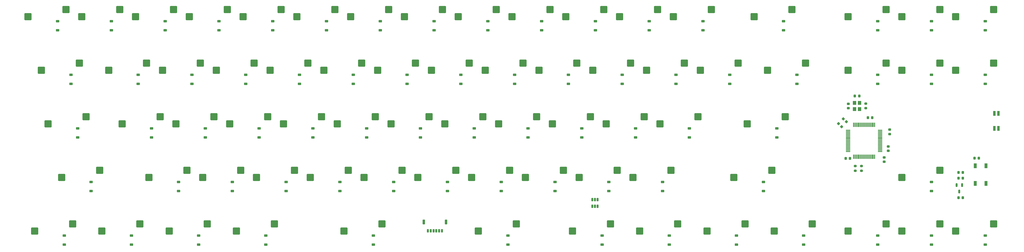
<source format=gbr>
%TF.GenerationSoftware,KiCad,Pcbnew,7.0.10*%
%TF.CreationDate,2024-04-20T21:15:11+02:00*%
%TF.ProjectId,cycle-7,6379636c-652d-4372-9e6b-696361645f70,rev?*%
%TF.SameCoordinates,Original*%
%TF.FileFunction,Paste,Bot*%
%TF.FilePolarity,Positive*%
%FSLAX46Y46*%
G04 Gerber Fmt 4.6, Leading zero omitted, Abs format (unit mm)*
G04 Created by KiCad (PCBNEW 7.0.10) date 2024-04-20 21:15:11*
%MOMM*%
%LPD*%
G01*
G04 APERTURE LIST*
G04 Aperture macros list*
%AMRoundRect*
0 Rectangle with rounded corners*
0 $1 Rounding radius*
0 $2 $3 $4 $5 $6 $7 $8 $9 X,Y pos of 4 corners*
0 Add a 4 corners polygon primitive as box body*
4,1,4,$2,$3,$4,$5,$6,$7,$8,$9,$2,$3,0*
0 Add four circle primitives for the rounded corners*
1,1,$1+$1,$2,$3*
1,1,$1+$1,$4,$5*
1,1,$1+$1,$6,$7*
1,1,$1+$1,$8,$9*
0 Add four rect primitives between the rounded corners*
20,1,$1+$1,$2,$3,$4,$5,0*
20,1,$1+$1,$4,$5,$6,$7,0*
20,1,$1+$1,$6,$7,$8,$9,0*
20,1,$1+$1,$8,$9,$2,$3,0*%
G04 Aperture macros list end*
%ADD10RoundRect,0.250000X1.025000X1.000000X-1.025000X1.000000X-1.025000X-1.000000X1.025000X-1.000000X0*%
%ADD11RoundRect,0.225000X0.375000X-0.225000X0.375000X0.225000X-0.375000X0.225000X-0.375000X-0.225000X0*%
%ADD12RoundRect,0.225000X-0.250000X0.225000X-0.250000X-0.225000X0.250000X-0.225000X0.250000X0.225000X0*%
%ADD13R,1.000000X1.700000*%
%ADD14RoundRect,0.225000X-0.225000X-0.250000X0.225000X-0.250000X0.225000X0.250000X-0.225000X0.250000X0*%
%ADD15RoundRect,0.150000X-0.150000X0.475000X-0.150000X-0.475000X0.150000X-0.475000X0.150000X0.475000X0*%
%ADD16RoundRect,0.200000X0.275000X-0.200000X0.275000X0.200000X-0.275000X0.200000X-0.275000X-0.200000X0*%
%ADD17RoundRect,0.225000X0.225000X0.250000X-0.225000X0.250000X-0.225000X-0.250000X0.225000X-0.250000X0*%
%ADD18RoundRect,0.150000X-0.150000X0.512500X-0.150000X-0.512500X0.150000X-0.512500X0.150000X0.512500X0*%
%ADD19RoundRect,0.225000X0.335876X0.017678X0.017678X0.335876X-0.335876X-0.017678X-0.017678X-0.335876X0*%
%ADD20RoundRect,0.200000X-0.275000X0.200000X-0.275000X-0.200000X0.275000X-0.200000X0.275000X0.200000X0*%
%ADD21RoundRect,0.225000X0.250000X-0.225000X0.250000X0.225000X-0.250000X0.225000X-0.250000X-0.225000X0*%
%ADD22R,0.820000X1.700000*%
%ADD23RoundRect,0.150000X-0.150000X-0.475000X0.150000X-0.475000X0.150000X0.475000X-0.150000X0.475000X0*%
%ADD24RoundRect,0.225000X-0.225000X-0.625000X0.225000X-0.625000X0.225000X0.625000X-0.225000X0.625000X0*%
%ADD25R,1.200000X1.400000*%
%ADD26RoundRect,0.075000X-0.075000X0.700000X-0.075000X-0.700000X0.075000X-0.700000X0.075000X0.700000X0*%
%ADD27RoundRect,0.075000X-0.700000X0.075000X-0.700000X-0.075000X0.700000X-0.075000X0.700000X0.075000X0*%
G04 APERTURE END LIST*
D10*
%TO.C,MX15*%
X323152500Y-87460000D03*
X336602500Y-84920000D03*
%TD*%
%TO.C,MX22*%
X118365000Y-106510000D03*
X131815000Y-103970000D03*
%TD*%
D11*
%TO.C,D64*%
X116913750Y-168515000D03*
X116913750Y-165215000D03*
%TD*%
D10*
%TO.C,MX18*%
X37402500Y-106510000D03*
X50852500Y-103970000D03*
%TD*%
D11*
%TO.C,D17*%
X371707500Y-92315000D03*
X371707500Y-89015000D03*
%TD*%
D12*
%TO.C,C11*%
X337325000Y-133575000D03*
X337325000Y-135125000D03*
%TD*%
D11*
%TO.C,D70*%
X307413750Y-168515000D03*
X307413750Y-165215000D03*
%TD*%
D13*
%TO.C,SW1*%
X371975000Y-146725000D03*
X371975000Y-140425000D03*
X368175000Y-146725000D03*
X368175000Y-140425000D03*
%TD*%
D10*
%TO.C,MX3*%
X70740000Y-87460000D03*
X84190000Y-84920000D03*
%TD*%
D11*
%TO.C,D40*%
X152632500Y-130415000D03*
X152632500Y-127115000D03*
%TD*%
D14*
%TO.C,C10*%
X367900000Y-137775000D03*
X369450000Y-137775000D03*
%TD*%
D10*
%TO.C,MX44*%
X218377500Y-125560000D03*
X231827500Y-123020000D03*
%TD*%
D11*
%TO.C,D25*%
X185970000Y-111365000D03*
X185970000Y-108065000D03*
%TD*%
%TO.C,D59*%
X293126250Y-149465000D03*
X293126250Y-146165000D03*
%TD*%
%TO.C,D43*%
X209782500Y-130415000D03*
X209782500Y-127115000D03*
%TD*%
%TO.C,D31*%
X305032500Y-111365000D03*
X305032500Y-108065000D03*
%TD*%
%TO.C,D34*%
X371707500Y-111365000D03*
X371707500Y-108065000D03*
%TD*%
D10*
%TO.C,MX67*%
X225521250Y-163660000D03*
X238971250Y-161120000D03*
%TD*%
%TO.C,MX41*%
X161227500Y-125560000D03*
X174677500Y-123020000D03*
%TD*%
%TO.C,MX45*%
X237427500Y-125560000D03*
X250877500Y-123020000D03*
%TD*%
D11*
%TO.C,D45*%
X247882500Y-130415000D03*
X247882500Y-127115000D03*
%TD*%
%TO.C,D71*%
X333607500Y-168515000D03*
X333607500Y-165215000D03*
%TD*%
D10*
%TO.C,MX27*%
X213615000Y-106510000D03*
X227065000Y-103970000D03*
%TD*%
D15*
%TO.C,U3*%
X232525000Y-152500000D03*
X233475000Y-152500000D03*
X234425000Y-152500000D03*
X234425000Y-154850000D03*
X233475000Y-154850000D03*
X232525000Y-154850000D03*
%TD*%
D10*
%TO.C,MX31*%
X294577500Y-106510000D03*
X308027500Y-103970000D03*
%TD*%
%TO.C,MX53*%
X151702500Y-144610000D03*
X165152500Y-142070000D03*
%TD*%
D16*
%TO.C,R1*%
X327900000Y-142200000D03*
X327900000Y-140550000D03*
%TD*%
D17*
%TO.C,C9*%
X363750000Y-144875000D03*
X362200000Y-144875000D03*
%TD*%
D11*
%TO.C,D72*%
X352657500Y-168515000D03*
X352657500Y-165215000D03*
%TD*%
D10*
%TO.C,MX17*%
X361252500Y-87460000D03*
X374702500Y-84920000D03*
%TD*%
D11*
%TO.C,D66*%
X202638750Y-168515000D03*
X202638750Y-165215000D03*
%TD*%
D10*
%TO.C,MX60*%
X342202500Y-144610000D03*
X355652500Y-142070000D03*
%TD*%
D18*
%TO.C,U1*%
X361575000Y-147337500D03*
X363475000Y-147337500D03*
X362525000Y-149612500D03*
%TD*%
D10*
%TO.C,MX68*%
X249333750Y-163660000D03*
X262783750Y-161120000D03*
%TD*%
D17*
%TO.C,C7*%
X323800000Y-137825000D03*
X322250000Y-137825000D03*
%TD*%
D10*
%TO.C,MX58*%
X246952500Y-144610000D03*
X260402500Y-142070000D03*
%TD*%
D11*
%TO.C,D29*%
X262170000Y-111365000D03*
X262170000Y-108065000D03*
%TD*%
%TO.C,D69*%
X283601250Y-168515000D03*
X283601250Y-165215000D03*
%TD*%
%TO.C,D2*%
X62145000Y-92315000D03*
X62145000Y-89015000D03*
%TD*%
%TO.C,D33*%
X352657500Y-111365000D03*
X352657500Y-108065000D03*
%TD*%
D14*
%TO.C,C13*%
X325525000Y-115675000D03*
X327075000Y-115675000D03*
%TD*%
D19*
%TO.C,C2*%
X322500000Y-124825000D03*
X321403984Y-123728984D03*
%TD*%
D11*
%TO.C,D68*%
X259788750Y-168515000D03*
X259788750Y-165215000D03*
%TD*%
%TO.C,D63*%
X93101250Y-168515000D03*
X93101250Y-165215000D03*
%TD*%
%TO.C,D27*%
X224070000Y-111365000D03*
X224070000Y-108065000D03*
%TD*%
D10*
%TO.C,MX59*%
X282671250Y-144610000D03*
X296121250Y-142070000D03*
%TD*%
D11*
%TO.C,D21*%
X109770000Y-111365000D03*
X109770000Y-108065000D03*
%TD*%
%TO.C,D44*%
X228832500Y-130415000D03*
X228832500Y-127115000D03*
%TD*%
D17*
%TO.C,C4*%
X331700000Y-123325000D03*
X330150000Y-123325000D03*
%TD*%
D11*
%TO.C,D16*%
X352657500Y-92315000D03*
X352657500Y-89015000D03*
%TD*%
D10*
%TO.C,MX13*%
X261240000Y-87460000D03*
X274690000Y-84920000D03*
%TD*%
D12*
%TO.C,C12*%
X323200000Y-118400000D03*
X323200000Y-119950000D03*
%TD*%
D11*
%TO.C,D9*%
X195495000Y-92315000D03*
X195495000Y-89015000D03*
%TD*%
%TO.C,D1*%
X43095000Y-92315000D03*
X43095000Y-89015000D03*
%TD*%
%TO.C,D47*%
X297888750Y-130415000D03*
X297888750Y-127115000D03*
%TD*%
D10*
%TO.C,MX21*%
X99315000Y-106510000D03*
X112765000Y-103970000D03*
%TD*%
D11*
%TO.C,D10*%
X214545000Y-92315000D03*
X214545000Y-89015000D03*
%TD*%
D19*
%TO.C,C3*%
X320802945Y-126522057D03*
X319706929Y-125426041D03*
%TD*%
D11*
%TO.C,D19*%
X71670000Y-111365000D03*
X71670000Y-108065000D03*
%TD*%
D10*
%TO.C,MX6*%
X127890000Y-87460000D03*
X141340000Y-84920000D03*
%TD*%
D11*
%TO.C,D61*%
X45476250Y-168515000D03*
X45476250Y-165215000D03*
%TD*%
%TO.C,D24*%
X166920000Y-111365000D03*
X166920000Y-108065000D03*
%TD*%
%TO.C,D48*%
X55001250Y-149465000D03*
X55001250Y-146165000D03*
%TD*%
%TO.C,D3*%
X81195000Y-92315000D03*
X81195000Y-89015000D03*
%TD*%
D10*
%TO.C,MX34*%
X361252500Y-106510000D03*
X374702500Y-103970000D03*
%TD*%
D20*
%TO.C,R3*%
X329400000Y-118350000D03*
X329400000Y-120000000D03*
%TD*%
D10*
%TO.C,MX65*%
X144558750Y-163660000D03*
X158008750Y-161120000D03*
%TD*%
D11*
%TO.C,D14*%
X300270000Y-92315000D03*
X300270000Y-89015000D03*
%TD*%
%TO.C,D37*%
X95482500Y-130415000D03*
X95482500Y-127115000D03*
%TD*%
D10*
%TO.C,MX26*%
X194565000Y-106510000D03*
X208015000Y-103970000D03*
%TD*%
%TO.C,MX50*%
X94552500Y-144610000D03*
X108002500Y-142070000D03*
%TD*%
%TO.C,MX64*%
X106458750Y-163660000D03*
X119908750Y-161120000D03*
%TD*%
D11*
%TO.C,D39*%
X133582500Y-130415000D03*
X133582500Y-127115000D03*
%TD*%
%TO.C,D12*%
X252645000Y-92315000D03*
X252645000Y-89015000D03*
%TD*%
D10*
%TO.C,MX61*%
X35021250Y-163660000D03*
X48471250Y-161120000D03*
%TD*%
%TO.C,MX1*%
X32640000Y-87460000D03*
X46090000Y-84920000D03*
%TD*%
D11*
%TO.C,D30*%
X281220000Y-111365000D03*
X281220000Y-108065000D03*
%TD*%
D10*
%TO.C,MX48*%
X44546250Y-144610000D03*
X57996250Y-142070000D03*
%TD*%
D21*
%TO.C,C5*%
X337875000Y-129150000D03*
X337875000Y-127600000D03*
%TD*%
D10*
%TO.C,MX36*%
X65977500Y-125560000D03*
X79427500Y-123020000D03*
%TD*%
D11*
%TO.C,D53*%
X162157500Y-149465000D03*
X162157500Y-146165000D03*
%TD*%
D10*
%TO.C,MX35*%
X39783750Y-125560000D03*
X53233750Y-123020000D03*
%TD*%
%TO.C,MX10*%
X204090000Y-87460000D03*
X217540000Y-84920000D03*
%TD*%
D11*
%TO.C,D4*%
X100245000Y-92315000D03*
X100245000Y-89015000D03*
%TD*%
D22*
%TO.C,D74*%
X376400000Y-127150000D03*
X374900000Y-127150000D03*
X374900000Y-121850000D03*
X376400000Y-121850000D03*
%TD*%
D10*
%TO.C,MX4*%
X89790000Y-87460000D03*
X103240000Y-84920000D03*
%TD*%
D11*
%TO.C,D11*%
X233595000Y-92315000D03*
X233595000Y-89015000D03*
%TD*%
D10*
%TO.C,MX69*%
X273146250Y-163660000D03*
X286596250Y-161120000D03*
%TD*%
%TO.C,MX24*%
X156465000Y-106510000D03*
X169915000Y-103970000D03*
%TD*%
D11*
%TO.C,D58*%
X257407500Y-149465000D03*
X257407500Y-146165000D03*
%TD*%
D10*
%TO.C,MX16*%
X342202500Y-87460000D03*
X355652500Y-84920000D03*
%TD*%
%TO.C,MX37*%
X85027500Y-125560000D03*
X98477500Y-123020000D03*
%TD*%
%TO.C,MX66*%
X192183750Y-163660000D03*
X205633750Y-161120000D03*
%TD*%
D11*
%TO.C,D73*%
X371707500Y-168515000D03*
X371707500Y-165215000D03*
%TD*%
D10*
%TO.C,MX43*%
X199327500Y-125560000D03*
X212777500Y-123020000D03*
%TD*%
D11*
%TO.C,D62*%
X69288750Y-168515000D03*
X69288750Y-165215000D03*
%TD*%
D10*
%TO.C,MX12*%
X242190000Y-87460000D03*
X255640000Y-84920000D03*
%TD*%
%TO.C,MX9*%
X185040000Y-87460000D03*
X198490000Y-84920000D03*
%TD*%
%TO.C,MX46*%
X256477500Y-125560000D03*
X269927500Y-123020000D03*
%TD*%
%TO.C,MX71*%
X323152500Y-163660000D03*
X336602500Y-161120000D03*
%TD*%
D11*
%TO.C,D15*%
X333607500Y-92315000D03*
X333607500Y-89015000D03*
%TD*%
%TO.C,D52*%
X143107500Y-149465000D03*
X143107500Y-146165000D03*
%TD*%
D10*
%TO.C,MX63*%
X82646250Y-163660000D03*
X96096250Y-161120000D03*
%TD*%
D11*
%TO.C,D42*%
X190732500Y-130415000D03*
X190732500Y-127115000D03*
%TD*%
D10*
%TO.C,MX30*%
X270765000Y-106510000D03*
X284215000Y-103970000D03*
%TD*%
%TO.C,MX14*%
X289815000Y-87460000D03*
X303265000Y-84920000D03*
%TD*%
D11*
%TO.C,D56*%
X219307500Y-149465000D03*
X219307500Y-146165000D03*
%TD*%
D23*
%TO.C,J1*%
X174280000Y-163560000D03*
X175280000Y-163560000D03*
X176280000Y-163560000D03*
X177280000Y-163560000D03*
X178280000Y-163560000D03*
X179280000Y-163560000D03*
D24*
X172830000Y-160435000D03*
X180730000Y-160435000D03*
%TD*%
D11*
%TO.C,D18*%
X47857500Y-111365000D03*
X47857500Y-108065000D03*
%TD*%
D10*
%TO.C,MX55*%
X189802500Y-144610000D03*
X203252500Y-142070000D03*
%TD*%
D11*
%TO.C,D49*%
X85957500Y-149465000D03*
X85957500Y-146165000D03*
%TD*%
%TO.C,D32*%
X333607500Y-111365000D03*
X333607500Y-108065000D03*
%TD*%
D10*
%TO.C,MX23*%
X137415000Y-106510000D03*
X150865000Y-103970000D03*
%TD*%
D11*
%TO.C,D51*%
X124057500Y-149465000D03*
X124057500Y-146165000D03*
%TD*%
D10*
%TO.C,MX2*%
X51690000Y-87460000D03*
X65140000Y-84920000D03*
%TD*%
D11*
%TO.C,D38*%
X114532500Y-130415000D03*
X114532500Y-127115000D03*
%TD*%
%TO.C,D67*%
X235976250Y-168515000D03*
X235976250Y-165215000D03*
%TD*%
D10*
%TO.C,MX20*%
X80265000Y-106510000D03*
X93715000Y-103970000D03*
%TD*%
D11*
%TO.C,D22*%
X128820000Y-111365000D03*
X128820000Y-108065000D03*
%TD*%
D10*
%TO.C,MX40*%
X142177500Y-125560000D03*
X155627500Y-123020000D03*
%TD*%
%TO.C,MX7*%
X146940000Y-87460000D03*
X160390000Y-84920000D03*
%TD*%
D11*
%TO.C,D36*%
X76432500Y-130415000D03*
X76432500Y-127115000D03*
%TD*%
D10*
%TO.C,MX52*%
X132652500Y-144610000D03*
X146102500Y-142070000D03*
%TD*%
%TO.C,MX5*%
X108840000Y-87460000D03*
X122290000Y-84920000D03*
%TD*%
D11*
%TO.C,D7*%
X157395000Y-92315000D03*
X157395000Y-89015000D03*
%TD*%
D25*
%TO.C,Y1*%
X327150000Y-118075000D03*
X327150000Y-120275000D03*
X325450000Y-120275000D03*
X325450000Y-118075000D03*
%TD*%
D10*
%TO.C,MX11*%
X223140000Y-87460000D03*
X236590000Y-84920000D03*
%TD*%
D26*
%TO.C,U2*%
X325057588Y-125913858D03*
X325557588Y-125913858D03*
X326057588Y-125913858D03*
X326557588Y-125913858D03*
X327057588Y-125913858D03*
X327557588Y-125913858D03*
X328057588Y-125913858D03*
X328557588Y-125913858D03*
X329057588Y-125913858D03*
X329557588Y-125913858D03*
X330057588Y-125913858D03*
X330557588Y-125913858D03*
X331057588Y-125913858D03*
X331557588Y-125913858D03*
X332057588Y-125913858D03*
X332557588Y-125913858D03*
D27*
X334482588Y-127838858D03*
X334482588Y-128338858D03*
X334482588Y-128838858D03*
X334482588Y-129338858D03*
X334482588Y-129838858D03*
X334482588Y-130338858D03*
X334482588Y-130838858D03*
X334482588Y-131338858D03*
X334482588Y-131838858D03*
X334482588Y-132338858D03*
X334482588Y-132838858D03*
X334482588Y-133338858D03*
X334482588Y-133838858D03*
X334482588Y-134338858D03*
X334482588Y-134838858D03*
X334482588Y-135338858D03*
D26*
X332557588Y-137263858D03*
X332057588Y-137263858D03*
X331557588Y-137263858D03*
X331057588Y-137263858D03*
X330557588Y-137263858D03*
X330057588Y-137263858D03*
X329557588Y-137263858D03*
X329057588Y-137263858D03*
X328557588Y-137263858D03*
X328057588Y-137263858D03*
X327557588Y-137263858D03*
X327057588Y-137263858D03*
X326557588Y-137263858D03*
X326057588Y-137263858D03*
X325557588Y-137263858D03*
X325057588Y-137263858D03*
D27*
X323132588Y-135338858D03*
X323132588Y-134838858D03*
X323132588Y-134338858D03*
X323132588Y-133838858D03*
X323132588Y-133338858D03*
X323132588Y-132838858D03*
X323132588Y-132338858D03*
X323132588Y-131838858D03*
X323132588Y-131338858D03*
X323132588Y-130838858D03*
X323132588Y-130338858D03*
X323132588Y-129838858D03*
X323132588Y-129338858D03*
X323132588Y-128838858D03*
X323132588Y-128338858D03*
X323132588Y-127838858D03*
%TD*%
D17*
%TO.C,C1*%
X363750000Y-142825000D03*
X362200000Y-142825000D03*
%TD*%
D10*
%TO.C,MX72*%
X342202500Y-163660000D03*
X355652500Y-161120000D03*
%TD*%
%TO.C,MX25*%
X175515000Y-106510000D03*
X188965000Y-103970000D03*
%TD*%
%TO.C,MX32*%
X323152500Y-106510000D03*
X336602500Y-103970000D03*
%TD*%
D11*
%TO.C,D50*%
X105007500Y-149465000D03*
X105007500Y-146165000D03*
%TD*%
D10*
%TO.C,MX42*%
X180277500Y-125560000D03*
X193727500Y-123020000D03*
%TD*%
D11*
%TO.C,D35*%
X50238750Y-130415000D03*
X50238750Y-127115000D03*
%TD*%
D10*
%TO.C,MX39*%
X123127500Y-125560000D03*
X136577500Y-123020000D03*
%TD*%
D16*
%TO.C,R2*%
X325700000Y-142200000D03*
X325700000Y-140550000D03*
%TD*%
D10*
%TO.C,MX73*%
X361252500Y-163660000D03*
X374702500Y-161120000D03*
%TD*%
%TO.C,MX47*%
X287433750Y-125560000D03*
X300883750Y-123020000D03*
%TD*%
%TO.C,MX49*%
X75502500Y-144610000D03*
X88952500Y-142070000D03*
%TD*%
D11*
%TO.C,D28*%
X243120000Y-111365000D03*
X243120000Y-108065000D03*
%TD*%
%TO.C,D8*%
X176445000Y-92315000D03*
X176445000Y-89015000D03*
%TD*%
D10*
%TO.C,MX28*%
X232665000Y-106510000D03*
X246115000Y-103970000D03*
%TD*%
D11*
%TO.C,D6*%
X138345000Y-92315000D03*
X138345000Y-89015000D03*
%TD*%
%TO.C,D57*%
X238357500Y-149465000D03*
X238357500Y-146165000D03*
%TD*%
%TO.C,D26*%
X205020000Y-111365000D03*
X205020000Y-108065000D03*
%TD*%
%TO.C,D65*%
X155013750Y-168515000D03*
X155013750Y-165215000D03*
%TD*%
%TO.C,D46*%
X266932500Y-130415000D03*
X266932500Y-127115000D03*
%TD*%
D10*
%TO.C,MX54*%
X170752500Y-144610000D03*
X184202500Y-142070000D03*
%TD*%
D11*
%TO.C,D23*%
X147870000Y-111365000D03*
X147870000Y-108065000D03*
%TD*%
%TO.C,D13*%
X271695000Y-92315000D03*
X271695000Y-89015000D03*
%TD*%
D10*
%TO.C,MX62*%
X58833750Y-163660000D03*
X72283750Y-161120000D03*
%TD*%
%TO.C,MX56*%
X208852500Y-144610000D03*
X222302500Y-142070000D03*
%TD*%
%TO.C,MX29*%
X251715000Y-106510000D03*
X265165000Y-103970000D03*
%TD*%
%TO.C,MX19*%
X61215000Y-106510000D03*
X74665000Y-103970000D03*
%TD*%
D11*
%TO.C,D55*%
X200257500Y-149465000D03*
X200257500Y-146165000D03*
%TD*%
D10*
%TO.C,MX8*%
X165990000Y-87460000D03*
X179440000Y-84920000D03*
%TD*%
D11*
%TO.C,D5*%
X119295000Y-92315000D03*
X119295000Y-89015000D03*
%TD*%
D10*
%TO.C,MX51*%
X113602500Y-144610000D03*
X127052500Y-142070000D03*
%TD*%
%TO.C,MX38*%
X104077500Y-125560000D03*
X117527500Y-123020000D03*
%TD*%
D11*
%TO.C,D54*%
X181207500Y-149465000D03*
X181207500Y-146165000D03*
%TD*%
%TO.C,D60*%
X352657500Y-149465000D03*
X352657500Y-146165000D03*
%TD*%
D12*
%TO.C,C6*%
X335900000Y-137500000D03*
X335900000Y-139050000D03*
%TD*%
D10*
%TO.C,MX70*%
X296958750Y-163660000D03*
X310408750Y-161120000D03*
%TD*%
D11*
%TO.C,D41*%
X171682500Y-130415000D03*
X171682500Y-127115000D03*
%TD*%
D10*
%TO.C,MX57*%
X227902500Y-144610000D03*
X241352500Y-142070000D03*
%TD*%
%TO.C,MX33*%
X342202500Y-106510000D03*
X355652500Y-103970000D03*
%TD*%
D11*
%TO.C,D20*%
X90720000Y-111365000D03*
X90720000Y-108065000D03*
%TD*%
D14*
%TO.C,C8*%
X362200000Y-151775000D03*
X363750000Y-151775000D03*
%TD*%
M02*

</source>
